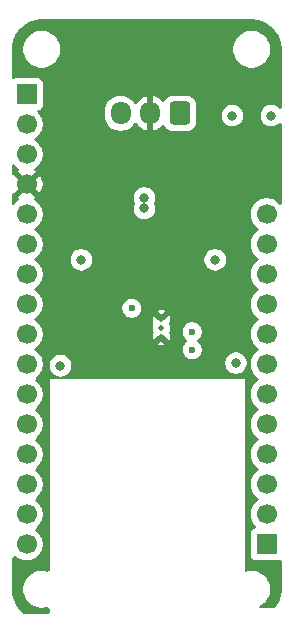
<source format=gbr>
%TF.GenerationSoftware,KiCad,Pcbnew,9.0.1+1*%
%TF.CreationDate,2025-05-19T20:13:15-04:00*%
%TF.ProjectId,lg_hvac_esp32,6c675f68-7661-4635-9f65-737033322e6b,rev?*%
%TF.SameCoordinates,Original*%
%TF.FileFunction,Copper,L2,Inr*%
%TF.FilePolarity,Positive*%
%FSLAX46Y46*%
G04 Gerber Fmt 4.6, Leading zero omitted, Abs format (unit mm)*
G04 Created by KiCad (PCBNEW 9.0.1+1) date 2025-05-19 20:13:15*
%MOMM*%
%LPD*%
G01*
G04 APERTURE LIST*
G04 Aperture macros list*
%AMRoundRect*
0 Rectangle with rounded corners*
0 $1 Rounding radius*
0 $2 $3 $4 $5 $6 $7 $8 $9 X,Y pos of 4 corners*
0 Add a 4 corners polygon primitive as box body*
4,1,4,$2,$3,$4,$5,$6,$7,$8,$9,$2,$3,0*
0 Add four circle primitives for the rounded corners*
1,1,$1+$1,$2,$3*
1,1,$1+$1,$4,$5*
1,1,$1+$1,$6,$7*
1,1,$1+$1,$8,$9*
0 Add four rect primitives between the rounded corners*
20,1,$1+$1,$2,$3,$4,$5,0*
20,1,$1+$1,$4,$5,$6,$7,0*
20,1,$1+$1,$6,$7,$8,$9,0*
20,1,$1+$1,$8,$9,$2,$3,0*%
G04 Aperture macros list end*
%TA.AperFunction,ComponentPad*%
%ADD10R,1.700000X1.700000*%
%TD*%
%TA.AperFunction,ComponentPad*%
%ADD11C,1.700000*%
%TD*%
%TA.AperFunction,ComponentPad*%
%ADD12RoundRect,0.250000X0.600000X0.725000X-0.600000X0.725000X-0.600000X-0.725000X0.600000X-0.725000X0*%
%TD*%
%TA.AperFunction,ComponentPad*%
%ADD13O,1.700000X1.950000*%
%TD*%
%TA.AperFunction,HeatsinkPad*%
%ADD14C,0.500000*%
%TD*%
%TA.AperFunction,ViaPad*%
%ADD15C,0.600000*%
%TD*%
%TA.AperFunction,ViaPad*%
%ADD16C,0.800000*%
%TD*%
G04 APERTURE END LIST*
D10*
%TO.N,N/C*%
%TO.C,J3*%
X113110000Y-69580000D03*
D11*
X113110000Y-67040000D03*
X113110000Y-64500000D03*
X113110000Y-61960000D03*
X113110000Y-59420000D03*
X113110000Y-56880000D03*
X113110000Y-54340000D03*
X113110000Y-51800000D03*
X113110000Y-49260000D03*
X113110000Y-46720000D03*
X113110000Y-44180000D03*
X113110000Y-41640000D03*
%TD*%
D10*
%TO.N,N/C*%
%TO.C,J2*%
X92790000Y-31480000D03*
D11*
%TO.N,+3V3*%
X92790000Y-34020000D03*
%TO.N,N/C*%
X92790000Y-36560000D03*
%TO.N,GND*%
X92790000Y-39100000D03*
%TO.N,RXD*%
X92790000Y-41640000D03*
%TO.N,TXD*%
X92790000Y-44180000D03*
%TO.N,N/C*%
X92790000Y-46720000D03*
X92790000Y-49260000D03*
X92790000Y-51800000D03*
X92790000Y-54340000D03*
X92790000Y-56880000D03*
X92790000Y-59420000D03*
X92790000Y-61960000D03*
X92790000Y-64500000D03*
X92790000Y-67040000D03*
X92790000Y-69580000D03*
%TD*%
D12*
%TO.N,LINBUS*%
%TO.C,J1*%
X105750000Y-33100000D03*
D13*
%TO.N,GND*%
X103250000Y-33100000D03*
%TO.N,Net-(D1-A)*%
X100750000Y-33100000D03*
%TD*%
D14*
%TO.N,GND*%
%TO.C,U1*%
X104200000Y-50500000D03*
X104200000Y-51250000D03*
X104200000Y-52000000D03*
%TD*%
D15*
%TO.N,+12V*%
X106800000Y-51600000D03*
D16*
X102750000Y-41150000D03*
X102750000Y-40250000D03*
X113500000Y-33300000D03*
X110200000Y-33300000D03*
X108750000Y-45500000D03*
D15*
X106800000Y-53100000D03*
D16*
X110500000Y-54250000D03*
%TO.N,GND*%
X97676000Y-52074000D03*
X110400000Y-43800000D03*
X102078000Y-54428000D03*
X106725000Y-49750000D03*
X113398000Y-36224000D03*
X110350000Y-36224000D03*
D15*
%TO.N,+3V3*%
X101700000Y-49600000D03*
D16*
X95650000Y-54450000D03*
X97413500Y-45500000D03*
%TD*%
%TA.AperFunction,Conductor*%
%TO.N,GND*%
G36*
X111843471Y-25130695D02*
G01*
X111860477Y-25131650D01*
X112093772Y-25144751D01*
X112101700Y-25145454D01*
X112157220Y-25152195D01*
X112163006Y-25153038D01*
X112381284Y-25190125D01*
X112390124Y-25191963D01*
X112438416Y-25203866D01*
X112442958Y-25205079D01*
X112662542Y-25268340D01*
X112672149Y-25271540D01*
X112692692Y-25279331D01*
X112706555Y-25284589D01*
X112710021Y-25285963D01*
X112933563Y-25378558D01*
X112943723Y-25383317D01*
X112952957Y-25388163D01*
X112955280Y-25389414D01*
X113052221Y-25442991D01*
X113184999Y-25516375D01*
X113196773Y-25523773D01*
X113417671Y-25680508D01*
X113428543Y-25689178D01*
X113630505Y-25869661D01*
X113640338Y-25879494D01*
X113820821Y-26081456D01*
X113829491Y-26092328D01*
X113986226Y-26313226D01*
X113993624Y-26325000D01*
X114120565Y-26554682D01*
X114121835Y-26557041D01*
X114126681Y-26566275D01*
X114131444Y-26576444D01*
X114224029Y-26799963D01*
X114225409Y-26803443D01*
X114238454Y-26837838D01*
X114241667Y-26847484D01*
X114304905Y-27066991D01*
X114306148Y-27071642D01*
X114318027Y-27119836D01*
X114319878Y-27128742D01*
X114356958Y-27346983D01*
X114357806Y-27352805D01*
X114364540Y-27408260D01*
X114365249Y-27416255D01*
X114379305Y-27666527D01*
X114379500Y-27673480D01*
X114379500Y-32595324D01*
X114359815Y-32662363D01*
X114307011Y-32708118D01*
X114237853Y-32718062D01*
X114174297Y-32689037D01*
X114167819Y-32683005D01*
X114079138Y-32594324D01*
X114079134Y-32594321D01*
X113930342Y-32494901D01*
X113930332Y-32494896D01*
X113765000Y-32426413D01*
X113764992Y-32426411D01*
X113589483Y-32391500D01*
X113589479Y-32391500D01*
X113410521Y-32391500D01*
X113410516Y-32391500D01*
X113235007Y-32426411D01*
X113234999Y-32426413D01*
X113069667Y-32494896D01*
X113069657Y-32494901D01*
X112920865Y-32594321D01*
X112920861Y-32594324D01*
X112794324Y-32720861D01*
X112794321Y-32720865D01*
X112694901Y-32869657D01*
X112694896Y-32869667D01*
X112626413Y-33034999D01*
X112626411Y-33035007D01*
X112591500Y-33210516D01*
X112591500Y-33389483D01*
X112626411Y-33564992D01*
X112626413Y-33565000D01*
X112694896Y-33730332D01*
X112694901Y-33730342D01*
X112794321Y-33879134D01*
X112794324Y-33879138D01*
X112920861Y-34005675D01*
X112920865Y-34005678D01*
X113069657Y-34105098D01*
X113069661Y-34105100D01*
X113069664Y-34105102D01*
X113235000Y-34173587D01*
X113410516Y-34208499D01*
X113410520Y-34208500D01*
X113410521Y-34208500D01*
X113589480Y-34208500D01*
X113589481Y-34208499D01*
X113765000Y-34173587D01*
X113930336Y-34105102D01*
X114079135Y-34005678D01*
X114105387Y-33979426D01*
X114167819Y-33916995D01*
X114229142Y-33883510D01*
X114298834Y-33888494D01*
X114354767Y-33930366D01*
X114379184Y-33995830D01*
X114379500Y-34004676D01*
X114379500Y-40694465D01*
X114359815Y-40761504D01*
X114307011Y-40807259D01*
X114237853Y-40817203D01*
X114174297Y-40788178D01*
X114155183Y-40767351D01*
X114146210Y-40755002D01*
X114146206Y-40754996D01*
X113995004Y-40603794D01*
X113822009Y-40478106D01*
X113817305Y-40475709D01*
X113631483Y-40381027D01*
X113631480Y-40381026D01*
X113428117Y-40314951D01*
X113322516Y-40298225D01*
X113216916Y-40281500D01*
X113003084Y-40281500D01*
X112932684Y-40292650D01*
X112791882Y-40314951D01*
X112588519Y-40381026D01*
X112588516Y-40381027D01*
X112397990Y-40478106D01*
X112224993Y-40603796D01*
X112073796Y-40754993D01*
X111948106Y-40927990D01*
X111851027Y-41118516D01*
X111851026Y-41118519D01*
X111784951Y-41321882D01*
X111751500Y-41533084D01*
X111751500Y-41746915D01*
X111784951Y-41958117D01*
X111851026Y-42161480D01*
X111851027Y-42161483D01*
X111948106Y-42352009D01*
X112073794Y-42525004D01*
X112224996Y-42676206D01*
X112397991Y-42801894D01*
X112401873Y-42804273D01*
X112448748Y-42856086D01*
X112460169Y-42925016D01*
X112432512Y-42989178D01*
X112401873Y-43015727D01*
X112397991Y-43018105D01*
X112224993Y-43143796D01*
X112073796Y-43294993D01*
X111948106Y-43467990D01*
X111851027Y-43658516D01*
X111851026Y-43658519D01*
X111784951Y-43861882D01*
X111751500Y-44073084D01*
X111751500Y-44286915D01*
X111784951Y-44498117D01*
X111851026Y-44701480D01*
X111851027Y-44701483D01*
X111948106Y-44892009D01*
X112073794Y-45065004D01*
X112224996Y-45216206D01*
X112345562Y-45303802D01*
X112397991Y-45341894D01*
X112401873Y-45344273D01*
X112448748Y-45396086D01*
X112460169Y-45465016D01*
X112432512Y-45529178D01*
X112401873Y-45555727D01*
X112397991Y-45558105D01*
X112224993Y-45683796D01*
X112073796Y-45834993D01*
X111948106Y-46007990D01*
X111851027Y-46198516D01*
X111851026Y-46198519D01*
X111784951Y-46401882D01*
X111751500Y-46613084D01*
X111751500Y-46826915D01*
X111784951Y-47038117D01*
X111851026Y-47241480D01*
X111851027Y-47241483D01*
X111948106Y-47432009D01*
X112073794Y-47605004D01*
X112224996Y-47756206D01*
X112397991Y-47881894D01*
X112401873Y-47884273D01*
X112448748Y-47936086D01*
X112460169Y-48005016D01*
X112432512Y-48069178D01*
X112401873Y-48095727D01*
X112397991Y-48098105D01*
X112224993Y-48223796D01*
X112073796Y-48374993D01*
X111948106Y-48547990D01*
X111851027Y-48738516D01*
X111851026Y-48738519D01*
X111784951Y-48941882D01*
X111751500Y-49153084D01*
X111751500Y-49366915D01*
X111784951Y-49578117D01*
X111851026Y-49781480D01*
X111851027Y-49781483D01*
X111948106Y-49972009D01*
X112073794Y-50145004D01*
X112224996Y-50296206D01*
X112379554Y-50408499D01*
X112397991Y-50421894D01*
X112401873Y-50424273D01*
X112448748Y-50476086D01*
X112460169Y-50545016D01*
X112432512Y-50609178D01*
X112401873Y-50635727D01*
X112397991Y-50638105D01*
X112224993Y-50763796D01*
X112073796Y-50914993D01*
X111948106Y-51087990D01*
X111851027Y-51278516D01*
X111851026Y-51278519D01*
X111784951Y-51481882D01*
X111765344Y-51605677D01*
X111751500Y-51693084D01*
X111751500Y-51906916D01*
X111763093Y-51980109D01*
X111784951Y-52118117D01*
X111851026Y-52321480D01*
X111851027Y-52321483D01*
X111918091Y-52453102D01*
X111948106Y-52512009D01*
X112073794Y-52685004D01*
X112224996Y-52836206D01*
X112397991Y-52961894D01*
X112401873Y-52964273D01*
X112448748Y-53016086D01*
X112460169Y-53085016D01*
X112432512Y-53149178D01*
X112401873Y-53175727D01*
X112397991Y-53178105D01*
X112224993Y-53303796D01*
X112073796Y-53454993D01*
X111948106Y-53627990D01*
X111851027Y-53818516D01*
X111851026Y-53818519D01*
X111784951Y-54021882D01*
X111751500Y-54233084D01*
X111751500Y-54446915D01*
X111784951Y-54658117D01*
X111851026Y-54861480D01*
X111851027Y-54861483D01*
X111936451Y-55029135D01*
X111948106Y-55052009D01*
X112073794Y-55225004D01*
X112224996Y-55376206D01*
X112323101Y-55447483D01*
X112397991Y-55501894D01*
X112401873Y-55504273D01*
X112407217Y-55510180D01*
X111250000Y-55481250D01*
X111250000Y-55600000D01*
X95784370Y-55600000D01*
X95717331Y-55580315D01*
X95671576Y-55527511D01*
X95661632Y-55458353D01*
X95690657Y-55394797D01*
X95749435Y-55357023D01*
X95760179Y-55354383D01*
X95827158Y-55341059D01*
X95915000Y-55323587D01*
X96080336Y-55255102D01*
X96229135Y-55155678D01*
X96355678Y-55029135D01*
X96455102Y-54880336D01*
X96523587Y-54715000D01*
X96558500Y-54539479D01*
X96558500Y-54360521D01*
X96554315Y-54339479D01*
X96523588Y-54185004D01*
X96523587Y-54185001D01*
X96523586Y-54184999D01*
X96513445Y-54160516D01*
X109591500Y-54160516D01*
X109591500Y-54339483D01*
X109626411Y-54514992D01*
X109626413Y-54515000D01*
X109694896Y-54680332D01*
X109694901Y-54680342D01*
X109794321Y-54829134D01*
X109794324Y-54829138D01*
X109920861Y-54955675D01*
X109920865Y-54955678D01*
X110069657Y-55055098D01*
X110069661Y-55055100D01*
X110069664Y-55055102D01*
X110235000Y-55123587D01*
X110396319Y-55155675D01*
X110410516Y-55158499D01*
X110410520Y-55158500D01*
X110410521Y-55158500D01*
X110589480Y-55158500D01*
X110589481Y-55158499D01*
X110765000Y-55123587D01*
X110930336Y-55055102D01*
X111079135Y-54955678D01*
X111205678Y-54829135D01*
X111305102Y-54680336D01*
X111373587Y-54515000D01*
X111408500Y-54339479D01*
X111408500Y-54160521D01*
X111373587Y-53985000D01*
X111305102Y-53819664D01*
X111305100Y-53819661D01*
X111305098Y-53819657D01*
X111205678Y-53670865D01*
X111205675Y-53670861D01*
X111079138Y-53544324D01*
X111079134Y-53544321D01*
X110930342Y-53444901D01*
X110930332Y-53444896D01*
X110765000Y-53376413D01*
X110764992Y-53376411D01*
X110589483Y-53341500D01*
X110589479Y-53341500D01*
X110410521Y-53341500D01*
X110410516Y-53341500D01*
X110235007Y-53376411D01*
X110234999Y-53376413D01*
X110069667Y-53444896D01*
X110069657Y-53444901D01*
X109920865Y-53544321D01*
X109920861Y-53544324D01*
X109794324Y-53670861D01*
X109794321Y-53670865D01*
X109694901Y-53819657D01*
X109694896Y-53819667D01*
X109626413Y-53984999D01*
X109626411Y-53985007D01*
X109591500Y-54160516D01*
X96513445Y-54160516D01*
X96455102Y-54019664D01*
X96455100Y-54019661D01*
X96455098Y-54019657D01*
X96355678Y-53870865D01*
X96355675Y-53870861D01*
X96229138Y-53744324D01*
X96229134Y-53744321D01*
X96080342Y-53644901D01*
X96080332Y-53644896D01*
X95915000Y-53576413D01*
X95914992Y-53576411D01*
X95739483Y-53541500D01*
X95739479Y-53541500D01*
X95560521Y-53541500D01*
X95560516Y-53541500D01*
X95385007Y-53576411D01*
X95384999Y-53576413D01*
X95219667Y-53644896D01*
X95219657Y-53644901D01*
X95070865Y-53744321D01*
X95070861Y-53744324D01*
X94944324Y-53870861D01*
X94944321Y-53870865D01*
X94844901Y-54019657D01*
X94844896Y-54019667D01*
X94776413Y-54184999D01*
X94776411Y-54185007D01*
X94741500Y-54360516D01*
X94741500Y-54539483D01*
X94776411Y-54714992D01*
X94776413Y-54715000D01*
X94844896Y-54880332D01*
X94844901Y-54880342D01*
X94944321Y-55029134D01*
X94944324Y-55029138D01*
X95070861Y-55155675D01*
X95070865Y-55155678D01*
X95219657Y-55255098D01*
X95219661Y-55255100D01*
X95219664Y-55255102D01*
X95385000Y-55323587D01*
X95457041Y-55337916D01*
X95539821Y-55354383D01*
X95601732Y-55386768D01*
X95636306Y-55447483D01*
X95632567Y-55517253D01*
X95591701Y-55573925D01*
X95526683Y-55599506D01*
X95515630Y-55600000D01*
X94750000Y-55600000D01*
X94750000Y-55481250D01*
X93488295Y-55512792D01*
X93498132Y-55504270D01*
X93502005Y-55501896D01*
X93502004Y-55501896D01*
X93502009Y-55501894D01*
X93675004Y-55376206D01*
X93826206Y-55225004D01*
X93951894Y-55052009D01*
X94048972Y-54861483D01*
X94115049Y-54658116D01*
X94148500Y-54446916D01*
X94148500Y-54233084D01*
X94115049Y-54021884D01*
X94068114Y-53877430D01*
X94048973Y-53818519D01*
X94048972Y-53818516D01*
X93960510Y-53644901D01*
X93951894Y-53627991D01*
X93826206Y-53454996D01*
X93675004Y-53303794D01*
X93502009Y-53178106D01*
X93502005Y-53178103D01*
X93498132Y-53175730D01*
X93451254Y-53123920D01*
X93439829Y-53054991D01*
X93467483Y-52990827D01*
X93498132Y-52964270D01*
X93502005Y-52961896D01*
X93502004Y-52961896D01*
X93502009Y-52961894D01*
X93675004Y-52836206D01*
X93826206Y-52685004D01*
X93831602Y-52677577D01*
X103875975Y-52677577D01*
X103981236Y-52721178D01*
X103981240Y-52721179D01*
X104126126Y-52749999D01*
X104126129Y-52750000D01*
X104273871Y-52750000D01*
X104273873Y-52749999D01*
X104418760Y-52721179D01*
X104418775Y-52721175D01*
X104524024Y-52677578D01*
X104524024Y-52677577D01*
X104200001Y-52353554D01*
X104200000Y-52353554D01*
X103875975Y-52677577D01*
X93831602Y-52677577D01*
X93951894Y-52512009D01*
X94048972Y-52321483D01*
X94115049Y-52118116D01*
X94148500Y-51906916D01*
X94148500Y-51693084D01*
X94115049Y-51481884D01*
X94072198Y-51350000D01*
X94048973Y-51278519D01*
X94048972Y-51278516D01*
X93951893Y-51087990D01*
X93910653Y-51031228D01*
X93826206Y-50914996D01*
X93675004Y-50763794D01*
X93502009Y-50638106D01*
X93502005Y-50638103D01*
X93498132Y-50635730D01*
X93451254Y-50583920D01*
X93439829Y-50514991D01*
X93467483Y-50450827D01*
X93495990Y-50426126D01*
X103450000Y-50426126D01*
X103450000Y-50573873D01*
X103478820Y-50718759D01*
X103478823Y-50718771D01*
X103523880Y-50827548D01*
X103531349Y-50897017D01*
X103523880Y-50922452D01*
X103478823Y-51031228D01*
X103478820Y-51031240D01*
X103450000Y-51176126D01*
X103450000Y-51323873D01*
X103478820Y-51468759D01*
X103478823Y-51468771D01*
X103523880Y-51577548D01*
X103531349Y-51647017D01*
X103523880Y-51672452D01*
X103478823Y-51781228D01*
X103478820Y-51781240D01*
X103450000Y-51926126D01*
X103450000Y-52073873D01*
X103478820Y-52218759D01*
X103478822Y-52218767D01*
X103522421Y-52324024D01*
X103935542Y-51910904D01*
X103996865Y-51877419D01*
X104066557Y-51882403D01*
X104110904Y-51910904D01*
X104129289Y-51929289D01*
X104115224Y-51943355D01*
X104100000Y-51980109D01*
X104100000Y-52019891D01*
X104115224Y-52056645D01*
X104143355Y-52084776D01*
X104180109Y-52100000D01*
X104219891Y-52100000D01*
X104256645Y-52084776D01*
X104284776Y-52056645D01*
X104300000Y-52019891D01*
X104300000Y-51980109D01*
X104284776Y-51943355D01*
X104270709Y-51929288D01*
X104289094Y-51910904D01*
X104350417Y-51877419D01*
X104420109Y-51882403D01*
X104464457Y-51910904D01*
X104877577Y-52324024D01*
X104877578Y-52324024D01*
X104921175Y-52218775D01*
X104921179Y-52218760D01*
X104949999Y-52073873D01*
X104950000Y-52073871D01*
X104950000Y-51926128D01*
X104949999Y-51926126D01*
X104921179Y-51781240D01*
X104921177Y-51781232D01*
X104876119Y-51672453D01*
X104872838Y-51641937D01*
X104867391Y-51611745D01*
X104868939Y-51605677D01*
X104868650Y-51602984D01*
X104876119Y-51577547D01*
X104899805Y-51520365D01*
X105991500Y-51520365D01*
X105991500Y-51679634D01*
X106022568Y-51835823D01*
X106022570Y-51835831D01*
X106083517Y-51982969D01*
X106171995Y-52115387D01*
X106172001Y-52115394D01*
X106284608Y-52228001D01*
X106284611Y-52228003D01*
X106312888Y-52246897D01*
X106312890Y-52246898D01*
X106357695Y-52300510D01*
X106366402Y-52369835D01*
X106336248Y-52432862D01*
X106312891Y-52453100D01*
X106307527Y-52456685D01*
X106284608Y-52471998D01*
X106172001Y-52584605D01*
X106171995Y-52584612D01*
X106083517Y-52717030D01*
X106022570Y-52864168D01*
X106022568Y-52864176D01*
X105991500Y-53020365D01*
X105991500Y-53179634D01*
X106022568Y-53335823D01*
X106022570Y-53335831D01*
X106083517Y-53482969D01*
X106171995Y-53615387D01*
X106172001Y-53615394D01*
X106284605Y-53727998D01*
X106284612Y-53728004D01*
X106417030Y-53816482D01*
X106417031Y-53816482D01*
X106417032Y-53816483D01*
X106564169Y-53877430D01*
X106720365Y-53908499D01*
X106720369Y-53908500D01*
X106720370Y-53908500D01*
X106879631Y-53908500D01*
X106879632Y-53908499D01*
X107035831Y-53877430D01*
X107182968Y-53816483D01*
X107315389Y-53728003D01*
X107428003Y-53615389D01*
X107516483Y-53482968D01*
X107577430Y-53335831D01*
X107608500Y-53179630D01*
X107608500Y-53020370D01*
X107577430Y-52864169D01*
X107516483Y-52717032D01*
X107495083Y-52685005D01*
X107428004Y-52584612D01*
X107427998Y-52584605D01*
X107315394Y-52472001D01*
X107315389Y-52471997D01*
X107287109Y-52453101D01*
X107242305Y-52399492D01*
X107233596Y-52330167D01*
X107263750Y-52267139D01*
X107287110Y-52246898D01*
X107315389Y-52228003D01*
X107428003Y-52115389D01*
X107516483Y-51982968D01*
X107577430Y-51835831D01*
X107608500Y-51679630D01*
X107608500Y-51520370D01*
X107577430Y-51364169D01*
X107516483Y-51217032D01*
X107481866Y-51165224D01*
X107428004Y-51084612D01*
X107427998Y-51084605D01*
X107315394Y-50972001D01*
X107315387Y-50971995D01*
X107182969Y-50883517D01*
X107035831Y-50822570D01*
X107035823Y-50822568D01*
X106879634Y-50791500D01*
X106879630Y-50791500D01*
X106720370Y-50791500D01*
X106720365Y-50791500D01*
X106564176Y-50822568D01*
X106564168Y-50822570D01*
X106417030Y-50883517D01*
X106284612Y-50971995D01*
X106284605Y-50972001D01*
X106172001Y-51084605D01*
X106171995Y-51084612D01*
X106083517Y-51217030D01*
X106022570Y-51364168D01*
X106022568Y-51364176D01*
X105991500Y-51520365D01*
X104899805Y-51520365D01*
X104921178Y-51468765D01*
X104921179Y-51468759D01*
X104949999Y-51323873D01*
X104950000Y-51323871D01*
X104950000Y-51176128D01*
X104949999Y-51176126D01*
X104921179Y-51031240D01*
X104921177Y-51031232D01*
X104876119Y-50922453D01*
X104868650Y-50852984D01*
X104876119Y-50827547D01*
X104921177Y-50718767D01*
X104921179Y-50718759D01*
X104949999Y-50573873D01*
X104950000Y-50573871D01*
X104950000Y-50426128D01*
X104949999Y-50426126D01*
X104921179Y-50281240D01*
X104921178Y-50281236D01*
X104877576Y-50175974D01*
X104464457Y-50589095D01*
X104403134Y-50622580D01*
X104333442Y-50617596D01*
X104289095Y-50589095D01*
X104270710Y-50570710D01*
X104284776Y-50556645D01*
X104300000Y-50519891D01*
X104300000Y-50480109D01*
X104284776Y-50443355D01*
X104256645Y-50415224D01*
X104219891Y-50400000D01*
X104180109Y-50400000D01*
X104143355Y-50415224D01*
X104115224Y-50443355D01*
X104100000Y-50480109D01*
X104100000Y-50519891D01*
X104115224Y-50556645D01*
X104129289Y-50570710D01*
X104110904Y-50589096D01*
X104049581Y-50622580D01*
X103979889Y-50617596D01*
X103935542Y-50589095D01*
X103522421Y-50175974D01*
X103522420Y-50175974D01*
X103478823Y-50281228D01*
X103478820Y-50281240D01*
X103450000Y-50426126D01*
X93495990Y-50426126D01*
X93498132Y-50424270D01*
X93502005Y-50421896D01*
X93502004Y-50421896D01*
X93502009Y-50421894D01*
X93675004Y-50296206D01*
X93826206Y-50145004D01*
X93951894Y-49972009D01*
X94048972Y-49781483D01*
X94115049Y-49578116D01*
X94124196Y-49520365D01*
X100891500Y-49520365D01*
X100891500Y-49679634D01*
X100922568Y-49835823D01*
X100922570Y-49835831D01*
X100983517Y-49982969D01*
X101071995Y-50115387D01*
X101072001Y-50115394D01*
X101184605Y-50227998D01*
X101184612Y-50228004D01*
X101317030Y-50316482D01*
X101317031Y-50316482D01*
X101317032Y-50316483D01*
X101464169Y-50377430D01*
X101620365Y-50408499D01*
X101620369Y-50408500D01*
X101620370Y-50408500D01*
X101779631Y-50408500D01*
X101779632Y-50408499D01*
X101935831Y-50377430D01*
X102082968Y-50316483D01*
X102215389Y-50228003D01*
X102328003Y-50115389D01*
X102416483Y-49982968D01*
X102477430Y-49835831D01*
X102480098Y-49822420D01*
X103875974Y-49822420D01*
X103875974Y-49822421D01*
X104200000Y-50146446D01*
X104200001Y-50146446D01*
X104524024Y-49822421D01*
X104418767Y-49778822D01*
X104418759Y-49778820D01*
X104273872Y-49750000D01*
X104126128Y-49750000D01*
X103981240Y-49778820D01*
X103981228Y-49778823D01*
X103875974Y-49822420D01*
X102480098Y-49822420D01*
X102508500Y-49679630D01*
X102508500Y-49520370D01*
X102477430Y-49364169D01*
X102416483Y-49217032D01*
X102328003Y-49084611D01*
X102327998Y-49084605D01*
X102215394Y-48972001D01*
X102215387Y-48971995D01*
X102082969Y-48883517D01*
X101935831Y-48822570D01*
X101935823Y-48822568D01*
X101779634Y-48791500D01*
X101779630Y-48791500D01*
X101620370Y-48791500D01*
X101620365Y-48791500D01*
X101464176Y-48822568D01*
X101464168Y-48822570D01*
X101317030Y-48883517D01*
X101184612Y-48971995D01*
X101184605Y-48972001D01*
X101072001Y-49084605D01*
X101071995Y-49084612D01*
X100983517Y-49217030D01*
X100922570Y-49364168D01*
X100922568Y-49364176D01*
X100891500Y-49520365D01*
X94124196Y-49520365D01*
X94148500Y-49366916D01*
X94148500Y-49153084D01*
X94115049Y-48941884D01*
X94048972Y-48738517D01*
X94048972Y-48738516D01*
X93951893Y-48547990D01*
X93826206Y-48374996D01*
X93675004Y-48223794D01*
X93502009Y-48098106D01*
X93502005Y-48098103D01*
X93498132Y-48095730D01*
X93451254Y-48043920D01*
X93439829Y-47974991D01*
X93467483Y-47910827D01*
X93498132Y-47884270D01*
X93502005Y-47881896D01*
X93502004Y-47881896D01*
X93502009Y-47881894D01*
X93675004Y-47756206D01*
X93826206Y-47605004D01*
X93951894Y-47432009D01*
X94048972Y-47241483D01*
X94115049Y-47038116D01*
X94148500Y-46826916D01*
X94148500Y-46613084D01*
X94115049Y-46401884D01*
X94048972Y-46198517D01*
X94048972Y-46198516D01*
X93951893Y-46007990D01*
X93826206Y-45834996D01*
X93675004Y-45683794D01*
X93502009Y-45558106D01*
X93502005Y-45558103D01*
X93498132Y-45555730D01*
X93475740Y-45530982D01*
X93452707Y-45506831D01*
X93452387Y-45505172D01*
X93451254Y-45503920D01*
X93445798Y-45471005D01*
X93439477Y-45438225D01*
X93440104Y-45436655D01*
X93439829Y-45434991D01*
X93450377Y-45410516D01*
X96505000Y-45410516D01*
X96505000Y-45589483D01*
X96539911Y-45764992D01*
X96539913Y-45765000D01*
X96608396Y-45930332D01*
X96608401Y-45930342D01*
X96707821Y-46079134D01*
X96707824Y-46079138D01*
X96834361Y-46205675D01*
X96834365Y-46205678D01*
X96983157Y-46305098D01*
X96983161Y-46305100D01*
X96983164Y-46305102D01*
X97148500Y-46373587D01*
X97290750Y-46401882D01*
X97324016Y-46408499D01*
X97324020Y-46408500D01*
X97324021Y-46408500D01*
X97502980Y-46408500D01*
X97502981Y-46408499D01*
X97678500Y-46373587D01*
X97843836Y-46305102D01*
X97992635Y-46205678D01*
X98119178Y-46079135D01*
X98218602Y-45930336D01*
X98287087Y-45765000D01*
X98322000Y-45589479D01*
X98322000Y-45410521D01*
X98321999Y-45410516D01*
X107841500Y-45410516D01*
X107841500Y-45589483D01*
X107876411Y-45764992D01*
X107876413Y-45765000D01*
X107944896Y-45930332D01*
X107944901Y-45930342D01*
X108044321Y-46079134D01*
X108044324Y-46079138D01*
X108170861Y-46205675D01*
X108170865Y-46205678D01*
X108319657Y-46305098D01*
X108319661Y-46305100D01*
X108319664Y-46305102D01*
X108485000Y-46373587D01*
X108627250Y-46401882D01*
X108660516Y-46408499D01*
X108660520Y-46408500D01*
X108660521Y-46408500D01*
X108839480Y-46408500D01*
X108839481Y-46408499D01*
X109015000Y-46373587D01*
X109180336Y-46305102D01*
X109329135Y-46205678D01*
X109455678Y-46079135D01*
X109555102Y-45930336D01*
X109623587Y-45765000D01*
X109658500Y-45589479D01*
X109658500Y-45410521D01*
X109623587Y-45235000D01*
X109555102Y-45069664D01*
X109555100Y-45069661D01*
X109555098Y-45069657D01*
X109455678Y-44920865D01*
X109455675Y-44920861D01*
X109329138Y-44794324D01*
X109329134Y-44794321D01*
X109180342Y-44694901D01*
X109180332Y-44694896D01*
X109015000Y-44626413D01*
X109014992Y-44626411D01*
X108839483Y-44591500D01*
X108839479Y-44591500D01*
X108660521Y-44591500D01*
X108660516Y-44591500D01*
X108485007Y-44626411D01*
X108484999Y-44626413D01*
X108319667Y-44694896D01*
X108319657Y-44694901D01*
X108170865Y-44794321D01*
X108170861Y-44794324D01*
X108044324Y-44920861D01*
X108044321Y-44920865D01*
X107944901Y-45069657D01*
X107944896Y-45069667D01*
X107876413Y-45234999D01*
X107876411Y-45235007D01*
X107841500Y-45410516D01*
X98321999Y-45410516D01*
X98287087Y-45235000D01*
X98218602Y-45069664D01*
X98218600Y-45069661D01*
X98218598Y-45069657D01*
X98119178Y-44920865D01*
X98119175Y-44920861D01*
X97992638Y-44794324D01*
X97992634Y-44794321D01*
X97843842Y-44694901D01*
X97843832Y-44694896D01*
X97678500Y-44626413D01*
X97678492Y-44626411D01*
X97502983Y-44591500D01*
X97502979Y-44591500D01*
X97324021Y-44591500D01*
X97324016Y-44591500D01*
X97148507Y-44626411D01*
X97148499Y-44626413D01*
X96983167Y-44694896D01*
X96983157Y-44694901D01*
X96834365Y-44794321D01*
X96834361Y-44794324D01*
X96707824Y-44920861D01*
X96707821Y-44920865D01*
X96608401Y-45069657D01*
X96608396Y-45069667D01*
X96539913Y-45234999D01*
X96539911Y-45235007D01*
X96505000Y-45410516D01*
X93450377Y-45410516D01*
X93453034Y-45404350D01*
X93465439Y-45373358D01*
X93466985Y-45371982D01*
X93467483Y-45370827D01*
X93490980Y-45349000D01*
X93498311Y-45343777D01*
X93502009Y-45341894D01*
X93675004Y-45216206D01*
X93826206Y-45065004D01*
X93951894Y-44892009D01*
X94048972Y-44701483D01*
X94115049Y-44498116D01*
X94148500Y-44286916D01*
X94148500Y-44073084D01*
X94115049Y-43861884D01*
X94048972Y-43658517D01*
X94048972Y-43658516D01*
X93951893Y-43467990D01*
X93826206Y-43294996D01*
X93675004Y-43143794D01*
X93502009Y-43018106D01*
X93502005Y-43018103D01*
X93498132Y-43015730D01*
X93451254Y-42963920D01*
X93439829Y-42894991D01*
X93467483Y-42830827D01*
X93498132Y-42804270D01*
X93502005Y-42801896D01*
X93502004Y-42801896D01*
X93502009Y-42801894D01*
X93675004Y-42676206D01*
X93826206Y-42525004D01*
X93951894Y-42352009D01*
X94048972Y-42161483D01*
X94115049Y-41958116D01*
X94148500Y-41746916D01*
X94148500Y-41533084D01*
X94115049Y-41321884D01*
X94048972Y-41118517D01*
X94048972Y-41118516D01*
X93951893Y-40927990D01*
X93920659Y-40885000D01*
X93826206Y-40754996D01*
X93675004Y-40603794D01*
X93502009Y-40478106D01*
X93502010Y-40478106D01*
X93502008Y-40478105D01*
X93497311Y-40475712D01*
X93446517Y-40427735D01*
X93429724Y-40359914D01*
X93444242Y-40306795D01*
X93513540Y-40177093D01*
X93496963Y-40160516D01*
X101841500Y-40160516D01*
X101841500Y-40339483D01*
X101876411Y-40514992D01*
X101876413Y-40515000D01*
X101933387Y-40652547D01*
X101940856Y-40722017D01*
X101933387Y-40747453D01*
X101876413Y-40884999D01*
X101876411Y-40885007D01*
X101841500Y-41060516D01*
X101841500Y-41239483D01*
X101876411Y-41414992D01*
X101876413Y-41415000D01*
X101944896Y-41580332D01*
X101944901Y-41580342D01*
X102044321Y-41729134D01*
X102044324Y-41729138D01*
X102170861Y-41855675D01*
X102170865Y-41855678D01*
X102319657Y-41955098D01*
X102319661Y-41955100D01*
X102319664Y-41955102D01*
X102485000Y-42023587D01*
X102660516Y-42058499D01*
X102660520Y-42058500D01*
X102660521Y-42058500D01*
X102839480Y-42058500D01*
X102839481Y-42058499D01*
X103015000Y-42023587D01*
X103180336Y-41955102D01*
X103329135Y-41855678D01*
X103455678Y-41729135D01*
X103555102Y-41580336D01*
X103623587Y-41415000D01*
X103658500Y-41239479D01*
X103658500Y-41060521D01*
X103623587Y-40885000D01*
X103566611Y-40747450D01*
X103559143Y-40677984D01*
X103566610Y-40652552D01*
X103623587Y-40515000D01*
X103658500Y-40339479D01*
X103658500Y-40160521D01*
X103623587Y-39985000D01*
X103555102Y-39819664D01*
X103555100Y-39819661D01*
X103555098Y-39819657D01*
X103455678Y-39670865D01*
X103455675Y-39670861D01*
X103329138Y-39544324D01*
X103329134Y-39544321D01*
X103180342Y-39444901D01*
X103180332Y-39444896D01*
X103015000Y-39376413D01*
X103014992Y-39376411D01*
X102839483Y-39341500D01*
X102839479Y-39341500D01*
X102660521Y-39341500D01*
X102660516Y-39341500D01*
X102485007Y-39376411D01*
X102484999Y-39376413D01*
X102319667Y-39444896D01*
X102319657Y-39444901D01*
X102170865Y-39544321D01*
X102170861Y-39544324D01*
X102044324Y-39670861D01*
X102044321Y-39670865D01*
X101944901Y-39819657D01*
X101944896Y-39819667D01*
X101876413Y-39984999D01*
X101876411Y-39985007D01*
X101841500Y-40160516D01*
X93496963Y-40160516D01*
X92919408Y-39582962D01*
X92982993Y-39565925D01*
X93097007Y-39500099D01*
X93190099Y-39407007D01*
X93255925Y-39292993D01*
X93272962Y-39229408D01*
X93905270Y-39861717D01*
X93905270Y-39861716D01*
X93944622Y-39807554D01*
X94041095Y-39618217D01*
X94106757Y-39416130D01*
X94106757Y-39416127D01*
X94140000Y-39206246D01*
X94140000Y-38993753D01*
X94106757Y-38783872D01*
X94106757Y-38783869D01*
X94041095Y-38581782D01*
X93944624Y-38392449D01*
X93905270Y-38338282D01*
X93905269Y-38338282D01*
X93272962Y-38970590D01*
X93255925Y-38907007D01*
X93190099Y-38792993D01*
X93097007Y-38699901D01*
X92982993Y-38634075D01*
X92919409Y-38617037D01*
X93551716Y-37984728D01*
X93497547Y-37945373D01*
X93497545Y-37945371D01*
X93497308Y-37945251D01*
X93497234Y-37945181D01*
X93493396Y-37942829D01*
X93493890Y-37942022D01*
X93446515Y-37897274D01*
X93429724Y-37829451D01*
X93452266Y-37763318D01*
X93497319Y-37724283D01*
X93502009Y-37721894D01*
X93675004Y-37596206D01*
X93826206Y-37445004D01*
X93951894Y-37272009D01*
X94048972Y-37081483D01*
X94115049Y-36878116D01*
X94148500Y-36666916D01*
X94148500Y-36453084D01*
X94115049Y-36241884D01*
X94048972Y-36038517D01*
X94048972Y-36038516D01*
X93951893Y-35847990D01*
X93870524Y-35735995D01*
X93826206Y-35674996D01*
X93675004Y-35523794D01*
X93502009Y-35398106D01*
X93502005Y-35398103D01*
X93498132Y-35395730D01*
X93451254Y-35343920D01*
X93439829Y-35274991D01*
X93467483Y-35210827D01*
X93498132Y-35184270D01*
X93502005Y-35181896D01*
X93502004Y-35181896D01*
X93502009Y-35181894D01*
X93675004Y-35056206D01*
X93826206Y-34905004D01*
X93951894Y-34732009D01*
X94048972Y-34541483D01*
X94115049Y-34338116D01*
X94148500Y-34126916D01*
X94148500Y-33913084D01*
X94115049Y-33701884D01*
X94082010Y-33600200D01*
X94048973Y-33498519D01*
X94048972Y-33498516D01*
X93951893Y-33307990D01*
X93933986Y-33283343D01*
X93826206Y-33134996D01*
X93721028Y-33029818D01*
X93706222Y-33002704D01*
X93689610Y-32976654D01*
X93689625Y-32972308D01*
X93687543Y-32968495D01*
X93689746Y-32937680D01*
X93689855Y-32906785D01*
X93692216Y-32903137D01*
X93692527Y-32898803D01*
X93711044Y-32874067D01*
X93714919Y-32868084D01*
X99391500Y-32868084D01*
X99391500Y-33331915D01*
X99424951Y-33543117D01*
X99491026Y-33746480D01*
X99491027Y-33746483D01*
X99577908Y-33916995D01*
X99588106Y-33937009D01*
X99713794Y-34110004D01*
X99864996Y-34261206D01*
X100037991Y-34386894D01*
X100131438Y-34434507D01*
X100228516Y-34483972D01*
X100228519Y-34483973D01*
X100330200Y-34517010D01*
X100431884Y-34550049D01*
X100643084Y-34583500D01*
X100643085Y-34583500D01*
X100856915Y-34583500D01*
X100856916Y-34583500D01*
X101068116Y-34550049D01*
X101271483Y-34483972D01*
X101462009Y-34386894D01*
X101635004Y-34261206D01*
X101786206Y-34110004D01*
X101904935Y-33946586D01*
X101960265Y-33903921D01*
X102029878Y-33897942D01*
X102091673Y-33930548D01*
X102105571Y-33946587D01*
X102220272Y-34104459D01*
X102220276Y-34104464D01*
X102370535Y-34254723D01*
X102370540Y-34254727D01*
X102542442Y-34379620D01*
X102731782Y-34476095D01*
X102933871Y-34541757D01*
X103000000Y-34552231D01*
X103000000Y-33504145D01*
X103066657Y-33542630D01*
X103187465Y-33575000D01*
X103312535Y-33575000D01*
X103433343Y-33542630D01*
X103500000Y-33504145D01*
X103500000Y-34552230D01*
X103566126Y-34541757D01*
X103566129Y-34541757D01*
X103768217Y-34476095D01*
X103957557Y-34379620D01*
X104129458Y-34254728D01*
X104262516Y-34121670D01*
X104323839Y-34088185D01*
X104393531Y-34093169D01*
X104449465Y-34135040D01*
X104455737Y-34144254D01*
X104457883Y-34147734D01*
X104457885Y-34147738D01*
X104550970Y-34298652D01*
X104676348Y-34424030D01*
X104827262Y-34517115D01*
X104995574Y-34572887D01*
X105099455Y-34583500D01*
X106400544Y-34583499D01*
X106504426Y-34572887D01*
X106672738Y-34517115D01*
X106823652Y-34424030D01*
X106949030Y-34298652D01*
X107042115Y-34147738D01*
X107097887Y-33979426D01*
X107108500Y-33875545D01*
X107108499Y-33210516D01*
X109291500Y-33210516D01*
X109291500Y-33389483D01*
X109326411Y-33564992D01*
X109326413Y-33565000D01*
X109394896Y-33730332D01*
X109394901Y-33730342D01*
X109494321Y-33879134D01*
X109494324Y-33879138D01*
X109620861Y-34005675D01*
X109620865Y-34005678D01*
X109769657Y-34105098D01*
X109769661Y-34105100D01*
X109769664Y-34105102D01*
X109935000Y-34173587D01*
X110110516Y-34208499D01*
X110110520Y-34208500D01*
X110110521Y-34208500D01*
X110289480Y-34208500D01*
X110289481Y-34208499D01*
X110465000Y-34173587D01*
X110630336Y-34105102D01*
X110779135Y-34005678D01*
X110905678Y-33879135D01*
X111005102Y-33730336D01*
X111073587Y-33565000D01*
X111108500Y-33389479D01*
X111108500Y-33210521D01*
X111073587Y-33035000D01*
X111005102Y-32869664D01*
X111005100Y-32869661D01*
X111005098Y-32869657D01*
X110905678Y-32720865D01*
X110905675Y-32720861D01*
X110779138Y-32594324D01*
X110779134Y-32594321D01*
X110630342Y-32494901D01*
X110630332Y-32494896D01*
X110465000Y-32426413D01*
X110464992Y-32426411D01*
X110289483Y-32391500D01*
X110289479Y-32391500D01*
X110110521Y-32391500D01*
X110110516Y-32391500D01*
X109935007Y-32426411D01*
X109934999Y-32426413D01*
X109769667Y-32494896D01*
X109769657Y-32494901D01*
X109620865Y-32594321D01*
X109620861Y-32594324D01*
X109494324Y-32720861D01*
X109494321Y-32720865D01*
X109394901Y-32869657D01*
X109394896Y-32869667D01*
X109326413Y-33034999D01*
X109326411Y-33035007D01*
X109291500Y-33210516D01*
X107108499Y-33210516D01*
X107108499Y-33069754D01*
X107108499Y-32324462D01*
X107108498Y-32324446D01*
X107102220Y-32262990D01*
X107097887Y-32220574D01*
X107042115Y-32052262D01*
X106949030Y-31901348D01*
X106823652Y-31775970D01*
X106672738Y-31682885D01*
X106573348Y-31649951D01*
X106504427Y-31627113D01*
X106400545Y-31616500D01*
X105099462Y-31616500D01*
X105099446Y-31616501D01*
X104995572Y-31627113D01*
X104827264Y-31682884D01*
X104827259Y-31682886D01*
X104676346Y-31775971D01*
X104550970Y-31901347D01*
X104550967Y-31901351D01*
X104455736Y-32055745D01*
X104403788Y-32102470D01*
X104334826Y-32113691D01*
X104270744Y-32085848D01*
X104262517Y-32078329D01*
X104129464Y-31945276D01*
X104129459Y-31945272D01*
X103957557Y-31820379D01*
X103768215Y-31723903D01*
X103566124Y-31658241D01*
X103500000Y-31647768D01*
X103500000Y-32695854D01*
X103433343Y-32657370D01*
X103312535Y-32625000D01*
X103187465Y-32625000D01*
X103066657Y-32657370D01*
X103000000Y-32695854D01*
X103000000Y-31647768D01*
X102999999Y-31647768D01*
X102933875Y-31658241D01*
X102731784Y-31723903D01*
X102542442Y-31820379D01*
X102370540Y-31945272D01*
X102370535Y-31945276D01*
X102220276Y-32095535D01*
X102105571Y-32253413D01*
X102050241Y-32296078D01*
X101980627Y-32302057D01*
X101918832Y-32269451D01*
X101904935Y-32253412D01*
X101786208Y-32089999D01*
X101786203Y-32089993D01*
X101635006Y-31938796D01*
X101635004Y-31938794D01*
X101462009Y-31813106D01*
X101389126Y-31775970D01*
X101271483Y-31716027D01*
X101271480Y-31716026D01*
X101068117Y-31649951D01*
X100923923Y-31627113D01*
X100856916Y-31616500D01*
X100643084Y-31616500D01*
X100576077Y-31627113D01*
X100431882Y-31649951D01*
X100228519Y-31716026D01*
X100228516Y-31716027D01*
X100037990Y-31813106D01*
X99864993Y-31938796D01*
X99713796Y-32089993D01*
X99588106Y-32262990D01*
X99491027Y-32453516D01*
X99491026Y-32453519D01*
X99424951Y-32656882D01*
X99391500Y-32868084D01*
X93714919Y-32868084D01*
X93727836Y-32848140D01*
X93732530Y-32845365D01*
X93734399Y-32842870D01*
X93757594Y-32829162D01*
X93761412Y-32827434D01*
X93886204Y-32780889D01*
X94003261Y-32693261D01*
X94090889Y-32576204D01*
X94141989Y-32439201D01*
X94145591Y-32405692D01*
X94148499Y-32378654D01*
X94148500Y-32378637D01*
X94148500Y-30581362D01*
X94148499Y-30581345D01*
X94145157Y-30550270D01*
X94141989Y-30520799D01*
X94090889Y-30383796D01*
X94003261Y-30266739D01*
X93886204Y-30179111D01*
X93749203Y-30128011D01*
X93688654Y-30121500D01*
X93688638Y-30121500D01*
X91891362Y-30121500D01*
X91891345Y-30121500D01*
X91830798Y-30128010D01*
X91711052Y-30172674D01*
X91693796Y-30179111D01*
X91693795Y-30179111D01*
X91687834Y-30181335D01*
X91618143Y-30186319D01*
X91556819Y-30152835D01*
X91523334Y-30091512D01*
X91520500Y-30065153D01*
X91520500Y-27673480D01*
X91520695Y-27666528D01*
X91520804Y-27664575D01*
X91527353Y-27547973D01*
X92509500Y-27547973D01*
X92509500Y-27792026D01*
X92547678Y-28033072D01*
X92623097Y-28265187D01*
X92733896Y-28482642D01*
X92877339Y-28680076D01*
X92877343Y-28680081D01*
X93049918Y-28852656D01*
X93049923Y-28852660D01*
X93222136Y-28977779D01*
X93247361Y-28996106D01*
X93464815Y-29106904D01*
X93696924Y-29182321D01*
X93937973Y-29220500D01*
X93937974Y-29220500D01*
X94182026Y-29220500D01*
X94182027Y-29220500D01*
X94423076Y-29182321D01*
X94655185Y-29106904D01*
X94872639Y-28996106D01*
X95070083Y-28852655D01*
X95242655Y-28680083D01*
X95386106Y-28482639D01*
X95496904Y-28265185D01*
X95572321Y-28033076D01*
X95610500Y-27792027D01*
X95610500Y-27547973D01*
X110289500Y-27547973D01*
X110289500Y-27792026D01*
X110327678Y-28033072D01*
X110403097Y-28265187D01*
X110513896Y-28482642D01*
X110657339Y-28680076D01*
X110657343Y-28680081D01*
X110829918Y-28852656D01*
X110829923Y-28852660D01*
X111002136Y-28977779D01*
X111027361Y-28996106D01*
X111244815Y-29106904D01*
X111476924Y-29182321D01*
X111717973Y-29220500D01*
X111717974Y-29220500D01*
X111962026Y-29220500D01*
X111962027Y-29220500D01*
X112203076Y-29182321D01*
X112435185Y-29106904D01*
X112652639Y-28996106D01*
X112850083Y-28852655D01*
X113022655Y-28680083D01*
X113166106Y-28482639D01*
X113276904Y-28265185D01*
X113352321Y-28033076D01*
X113390500Y-27792027D01*
X113390500Y-27547973D01*
X113352321Y-27306924D01*
X113276904Y-27074815D01*
X113166106Y-26857361D01*
X113147140Y-26831256D01*
X113022660Y-26659923D01*
X113022656Y-26659918D01*
X112850081Y-26487343D01*
X112850076Y-26487339D01*
X112652642Y-26343896D01*
X112652641Y-26343895D01*
X112652639Y-26343894D01*
X112435185Y-26233096D01*
X112203076Y-26157679D01*
X112203074Y-26157678D01*
X112203072Y-26157678D01*
X112034769Y-26131021D01*
X111962027Y-26119500D01*
X111717973Y-26119500D01*
X111662093Y-26128350D01*
X111476927Y-26157678D01*
X111244812Y-26233097D01*
X111027357Y-26343896D01*
X110829923Y-26487339D01*
X110829918Y-26487343D01*
X110657343Y-26659918D01*
X110657339Y-26659923D01*
X110513896Y-26857357D01*
X110403097Y-27074812D01*
X110327678Y-27306927D01*
X110289500Y-27547973D01*
X95610500Y-27547973D01*
X95572321Y-27306924D01*
X95496904Y-27074815D01*
X95386106Y-26857361D01*
X95367140Y-26831256D01*
X95242660Y-26659923D01*
X95242656Y-26659918D01*
X95070081Y-26487343D01*
X95070076Y-26487339D01*
X94872642Y-26343896D01*
X94872641Y-26343895D01*
X94872639Y-26343894D01*
X94655185Y-26233096D01*
X94423076Y-26157679D01*
X94423074Y-26157678D01*
X94423072Y-26157678D01*
X94254769Y-26131021D01*
X94182027Y-26119500D01*
X93937973Y-26119500D01*
X93882093Y-26128350D01*
X93696927Y-26157678D01*
X93464812Y-26233097D01*
X93247357Y-26343896D01*
X93049923Y-26487339D01*
X93049918Y-26487343D01*
X92877343Y-26659918D01*
X92877339Y-26659923D01*
X92733896Y-26857357D01*
X92623097Y-27074812D01*
X92547678Y-27306927D01*
X92509500Y-27547973D01*
X91527353Y-27547973D01*
X91534752Y-27416219D01*
X91535454Y-27408304D01*
X91542197Y-27352767D01*
X91543036Y-27347005D01*
X91580127Y-27128704D01*
X91581960Y-27119886D01*
X91593872Y-27071557D01*
X91595072Y-27067067D01*
X91658344Y-26847443D01*
X91661535Y-26837864D01*
X91674599Y-26803417D01*
X91675944Y-26800024D01*
X91768565Y-26576419D01*
X91773312Y-26566285D01*
X91778200Y-26556971D01*
X91779388Y-26554765D01*
X91906376Y-26324999D01*
X91913773Y-26313226D01*
X92070515Y-26092318D01*
X92079171Y-26081464D01*
X92259671Y-25879483D01*
X92269483Y-25869671D01*
X92471464Y-25689171D01*
X92482318Y-25680515D01*
X92703231Y-25523769D01*
X92714999Y-25516376D01*
X92721909Y-25512556D01*
X92944765Y-25389388D01*
X92946971Y-25388200D01*
X92956285Y-25383312D01*
X92966419Y-25378565D01*
X93190024Y-25285944D01*
X93193417Y-25284599D01*
X93227864Y-25271535D01*
X93237443Y-25268344D01*
X93457067Y-25205072D01*
X93461557Y-25203872D01*
X93509886Y-25191960D01*
X93518704Y-25190127D01*
X93737005Y-25153036D01*
X93742767Y-25152197D01*
X93798304Y-25145454D01*
X93806222Y-25144751D01*
X94041171Y-25131557D01*
X94056529Y-25130695D01*
X94063481Y-25130500D01*
X111836519Y-25130500D01*
X111843471Y-25130695D01*
G37*
%TD.AperFunction*%
%TA.AperFunction,Conductor*%
G36*
X92324075Y-39292993D02*
G01*
X92389901Y-39407007D01*
X92482993Y-39500099D01*
X92597007Y-39565925D01*
X92660590Y-39582962D01*
X92028282Y-40215269D01*
X92028282Y-40215270D01*
X92082449Y-40254624D01*
X92082682Y-40254743D01*
X92082755Y-40254812D01*
X92086604Y-40257171D01*
X92086108Y-40257979D01*
X92133479Y-40302716D01*
X92150275Y-40370537D01*
X92127739Y-40436672D01*
X92082693Y-40475709D01*
X92077994Y-40478103D01*
X91904993Y-40603796D01*
X91753796Y-40754993D01*
X91753789Y-40755002D01*
X91744817Y-40767351D01*
X91689487Y-40810017D01*
X91619873Y-40815995D01*
X91558079Y-40783388D01*
X91523722Y-40722549D01*
X91520500Y-40694465D01*
X91520500Y-39983721D01*
X91540185Y-39916682D01*
X91592989Y-39870927D01*
X91654230Y-39860103D01*
X91674728Y-39861716D01*
X92307037Y-39229408D01*
X92324075Y-39292993D01*
G37*
%TD.AperFunction*%
%TA.AperFunction,Conductor*%
G36*
X91725703Y-37411821D02*
G01*
X91744815Y-37432646D01*
X91753794Y-37445004D01*
X91904996Y-37596206D01*
X92077991Y-37721894D01*
X92082680Y-37724283D01*
X92133478Y-37772254D01*
X92150276Y-37840074D01*
X92127742Y-37906210D01*
X92086205Y-37942209D01*
X92086590Y-37942838D01*
X92082804Y-37945157D01*
X92082702Y-37945246D01*
X92082449Y-37945374D01*
X92082440Y-37945380D01*
X92028282Y-37984727D01*
X92028282Y-37984728D01*
X92660591Y-38617037D01*
X92597007Y-38634075D01*
X92482993Y-38699901D01*
X92389901Y-38792993D01*
X92324075Y-38907007D01*
X92307037Y-38970591D01*
X91674727Y-38338281D01*
X91654228Y-38339895D01*
X91585851Y-38325530D01*
X91536095Y-38276479D01*
X91520500Y-38216277D01*
X91520500Y-37505534D01*
X91540185Y-37438495D01*
X91592989Y-37392740D01*
X91662147Y-37382796D01*
X91725703Y-37411821D01*
G37*
%TD.AperFunction*%
%TD*%
%TA.AperFunction,Conductor*%
%TO.N,GND*%
G36*
X94750000Y-55600001D02*
G01*
X94750000Y-71641184D01*
X94731046Y-71736472D01*
X94677070Y-71817254D01*
X94596288Y-71871230D01*
X94501000Y-71890184D01*
X94432727Y-71879371D01*
X94432586Y-71879962D01*
X94425079Y-71878159D01*
X94424058Y-71877998D01*
X94423073Y-71877678D01*
X94423075Y-71877678D01*
X94182036Y-71839500D01*
X94182027Y-71839500D01*
X93937973Y-71839500D01*
X93937963Y-71839500D01*
X93696926Y-71877678D01*
X93464819Y-71953094D01*
X93247359Y-72063895D01*
X93049919Y-72207343D01*
X92877343Y-72379919D01*
X92733895Y-72577359D01*
X92623094Y-72794819D01*
X92547678Y-73026926D01*
X92509500Y-73267963D01*
X92509500Y-73512036D01*
X92547678Y-73753073D01*
X92604106Y-73926742D01*
X92623096Y-73985185D01*
X92733894Y-74202639D01*
X92877345Y-74400083D01*
X93049917Y-74572655D01*
X93247361Y-74716106D01*
X93464815Y-74826904D01*
X93696924Y-74902321D01*
X93781703Y-74915748D01*
X93937963Y-74940499D01*
X93937970Y-74940499D01*
X93937973Y-74940500D01*
X93937976Y-74940500D01*
X94182024Y-74940500D01*
X94182027Y-74940500D01*
X94182030Y-74940499D01*
X94182036Y-74940499D01*
X94374018Y-74910091D01*
X94423076Y-74902321D01*
X94424040Y-74902007D01*
X94424715Y-74901927D01*
X94432586Y-74900038D01*
X94432809Y-74900969D01*
X94520518Y-74890581D01*
X94614027Y-74916946D01*
X94690329Y-74977088D01*
X94737807Y-75061852D01*
X94750000Y-75138815D01*
X94750000Y-75251000D01*
X94731046Y-75346288D01*
X94677070Y-75427070D01*
X94596288Y-75481046D01*
X94501000Y-75500000D01*
X92731533Y-75500000D01*
X92704092Y-75494541D01*
X92676125Y-75493757D01*
X92656901Y-75485154D01*
X92636245Y-75481046D01*
X92587444Y-75454074D01*
X92488050Y-75383550D01*
X92466220Y-75366142D01*
X92337375Y-75251000D01*
X92274720Y-75195008D01*
X92254991Y-75175279D01*
X92083856Y-74983778D01*
X92066448Y-74961949D01*
X92051229Y-74940500D01*
X91917833Y-74752496D01*
X91902981Y-74728857D01*
X91780070Y-74506467D01*
X91777539Y-74501768D01*
X91775928Y-74498700D01*
X91766386Y-74478320D01*
X91676687Y-74261767D01*
X91673917Y-74254782D01*
X91663368Y-74226969D01*
X91656916Y-74207598D01*
X91624307Y-74094409D01*
X91595749Y-73995283D01*
X91593288Y-73986074D01*
X91583060Y-73944576D01*
X91579359Y-73926771D01*
X91543535Y-73715931D01*
X91541838Y-73704275D01*
X91535943Y-73655727D01*
X91534522Y-73639691D01*
X91520892Y-73396979D01*
X91520500Y-73383018D01*
X91520500Y-70825543D01*
X91539454Y-70730255D01*
X91593430Y-70649473D01*
X91674212Y-70595497D01*
X91769500Y-70576543D01*
X91864788Y-70595497D01*
X91915856Y-70624096D01*
X92077991Y-70741894D01*
X92268517Y-70838972D01*
X92471884Y-70905049D01*
X92471892Y-70905050D01*
X92471894Y-70905051D01*
X92683074Y-70938499D01*
X92683081Y-70938499D01*
X92683084Y-70938500D01*
X92683087Y-70938500D01*
X92896913Y-70938500D01*
X92896916Y-70938500D01*
X92896919Y-70938499D01*
X92896925Y-70938499D01*
X93108105Y-70905051D01*
X93108106Y-70905050D01*
X93108116Y-70905049D01*
X93311483Y-70838972D01*
X93502009Y-70741894D01*
X93675004Y-70616206D01*
X93826206Y-70465004D01*
X93951894Y-70292009D01*
X94048972Y-70101483D01*
X94115049Y-69898116D01*
X94148500Y-69686916D01*
X94148500Y-69473084D01*
X94148499Y-69473081D01*
X94148499Y-69473074D01*
X94115051Y-69261894D01*
X94115050Y-69261892D01*
X94115049Y-69261884D01*
X94048972Y-69058517D01*
X93951894Y-68867991D01*
X93826206Y-68694996D01*
X93675004Y-68543794D01*
X93630478Y-68511444D01*
X93564531Y-68440103D01*
X93530904Y-68348953D01*
X93534718Y-68251873D01*
X93575392Y-68163642D01*
X93630478Y-68108555D01*
X93675004Y-68076206D01*
X93826206Y-67925004D01*
X93951894Y-67752009D01*
X94048972Y-67561483D01*
X94115049Y-67358116D01*
X94148500Y-67146916D01*
X94148500Y-66933084D01*
X94148499Y-66933081D01*
X94148499Y-66933074D01*
X94115051Y-66721894D01*
X94115050Y-66721892D01*
X94115049Y-66721884D01*
X94048972Y-66518517D01*
X93951894Y-66327991D01*
X93826206Y-66154996D01*
X93675004Y-66003794D01*
X93630478Y-65971444D01*
X93564531Y-65900103D01*
X93530904Y-65808953D01*
X93534718Y-65711873D01*
X93575392Y-65623642D01*
X93630478Y-65568555D01*
X93675004Y-65536206D01*
X93826206Y-65385004D01*
X93951894Y-65212009D01*
X94048972Y-65021483D01*
X94115049Y-64818116D01*
X94148500Y-64606916D01*
X94148500Y-64393084D01*
X94148499Y-64393081D01*
X94148499Y-64393074D01*
X94115051Y-64181894D01*
X94115050Y-64181892D01*
X94115049Y-64181884D01*
X94048972Y-63978517D01*
X93951894Y-63787991D01*
X93826206Y-63614996D01*
X93675004Y-63463794D01*
X93630478Y-63431444D01*
X93564531Y-63360103D01*
X93530904Y-63268953D01*
X93534718Y-63171873D01*
X93575392Y-63083642D01*
X93630478Y-63028555D01*
X93675004Y-62996206D01*
X93826206Y-62845004D01*
X93951894Y-62672009D01*
X94048972Y-62481483D01*
X94115049Y-62278116D01*
X94148500Y-62066916D01*
X94148500Y-61853084D01*
X94148499Y-61853081D01*
X94148499Y-61853074D01*
X94115051Y-61641894D01*
X94115050Y-61641892D01*
X94115049Y-61641884D01*
X94048972Y-61438517D01*
X93951894Y-61247991D01*
X93826206Y-61074996D01*
X93675004Y-60923794D01*
X93630478Y-60891444D01*
X93564531Y-60820103D01*
X93530904Y-60728953D01*
X93534718Y-60631873D01*
X93575392Y-60543642D01*
X93630478Y-60488555D01*
X93675004Y-60456206D01*
X93826206Y-60305004D01*
X93951894Y-60132009D01*
X94048972Y-59941483D01*
X94115049Y-59738116D01*
X94148500Y-59526916D01*
X94148500Y-59313084D01*
X94148499Y-59313081D01*
X94148499Y-59313074D01*
X94115051Y-59101894D01*
X94115050Y-59101892D01*
X94115049Y-59101884D01*
X94048972Y-58898517D01*
X93951894Y-58707991D01*
X93826206Y-58534996D01*
X93675004Y-58383794D01*
X93630478Y-58351444D01*
X93564531Y-58280103D01*
X93530904Y-58188953D01*
X93534718Y-58091873D01*
X93575392Y-58003642D01*
X93630478Y-57948555D01*
X93675004Y-57916206D01*
X93826206Y-57765004D01*
X93951894Y-57592009D01*
X94048972Y-57401483D01*
X94115049Y-57198116D01*
X94148500Y-56986916D01*
X94148500Y-56773084D01*
X94148499Y-56773081D01*
X94148499Y-56773074D01*
X94115051Y-56561894D01*
X94115050Y-56561892D01*
X94115049Y-56561884D01*
X94048972Y-56358517D01*
X93951894Y-56167991D01*
X93826206Y-55994996D01*
X93675004Y-55843794D01*
X93630478Y-55811444D01*
X93564531Y-55740103D01*
X93530904Y-55648953D01*
X93534718Y-55551873D01*
X93553485Y-55511162D01*
X94750000Y-55481250D01*
X94750000Y-55600001D01*
G37*
%TD.AperFunction*%
%TD*%
%TA.AperFunction,Conductor*%
%TO.N,GND*%
G36*
X112407217Y-55510180D02*
G01*
X112448748Y-55556086D01*
X112460169Y-55625016D01*
X112432512Y-55689178D01*
X112401873Y-55715727D01*
X112397991Y-55718105D01*
X112224993Y-55843796D01*
X112073796Y-55994993D01*
X111948106Y-56167990D01*
X111851027Y-56358516D01*
X111851026Y-56358519D01*
X111784951Y-56561882D01*
X111751500Y-56773084D01*
X111751500Y-56986915D01*
X111784951Y-57198117D01*
X111851026Y-57401480D01*
X111851027Y-57401483D01*
X111948106Y-57592009D01*
X112073794Y-57765004D01*
X112224996Y-57916206D01*
X112397991Y-58041894D01*
X112401873Y-58044273D01*
X112448748Y-58096086D01*
X112460169Y-58165016D01*
X112432512Y-58229178D01*
X112401873Y-58255727D01*
X112397991Y-58258105D01*
X112224993Y-58383796D01*
X112073796Y-58534993D01*
X111948106Y-58707990D01*
X111851027Y-58898516D01*
X111851026Y-58898519D01*
X111784951Y-59101882D01*
X111751500Y-59313084D01*
X111751500Y-59526915D01*
X111784951Y-59738117D01*
X111851026Y-59941480D01*
X111851027Y-59941483D01*
X111948106Y-60132009D01*
X112073794Y-60305004D01*
X112224996Y-60456206D01*
X112397991Y-60581894D01*
X112401873Y-60584273D01*
X112448748Y-60636086D01*
X112460169Y-60705016D01*
X112432512Y-60769178D01*
X112401873Y-60795727D01*
X112397991Y-60798105D01*
X112224993Y-60923796D01*
X112073796Y-61074993D01*
X111948106Y-61247990D01*
X111851027Y-61438516D01*
X111851026Y-61438519D01*
X111784951Y-61641882D01*
X111751500Y-61853084D01*
X111751500Y-62066915D01*
X111784951Y-62278117D01*
X111851026Y-62481480D01*
X111851027Y-62481483D01*
X111948106Y-62672009D01*
X112073794Y-62845004D01*
X112224996Y-62996206D01*
X112397991Y-63121894D01*
X112401873Y-63124273D01*
X112448748Y-63176086D01*
X112460169Y-63245016D01*
X112432512Y-63309178D01*
X112401873Y-63335727D01*
X112397991Y-63338105D01*
X112224993Y-63463796D01*
X112073796Y-63614993D01*
X111948106Y-63787990D01*
X111851027Y-63978516D01*
X111851026Y-63978519D01*
X111784951Y-64181882D01*
X111751500Y-64393084D01*
X111751500Y-64606915D01*
X111784951Y-64818117D01*
X111851026Y-65021480D01*
X111851027Y-65021483D01*
X111948106Y-65212009D01*
X112073794Y-65385004D01*
X112224996Y-65536206D01*
X112397991Y-65661894D01*
X112401873Y-65664273D01*
X112448748Y-65716086D01*
X112460169Y-65785016D01*
X112432512Y-65849178D01*
X112401873Y-65875727D01*
X112397991Y-65878105D01*
X112224993Y-66003796D01*
X112073796Y-66154993D01*
X111948106Y-66327990D01*
X111851027Y-66518516D01*
X111851026Y-66518519D01*
X111784951Y-66721882D01*
X111751500Y-66933084D01*
X111751500Y-67146915D01*
X111784951Y-67358117D01*
X111851026Y-67561480D01*
X111851027Y-67561483D01*
X111948106Y-67752009D01*
X112073794Y-67925004D01*
X112073796Y-67925006D01*
X112178971Y-68030181D01*
X112212456Y-68091504D01*
X112207472Y-68161196D01*
X112165600Y-68217129D01*
X112134625Y-68234043D01*
X112013795Y-68279111D01*
X111896739Y-68366739D01*
X111809111Y-68483795D01*
X111758011Y-68620795D01*
X111758011Y-68620797D01*
X111751500Y-68681345D01*
X111751500Y-70478654D01*
X111758011Y-70539202D01*
X111758011Y-70539204D01*
X111809111Y-70676204D01*
X111896739Y-70793261D01*
X112013796Y-70880889D01*
X112150799Y-70931989D01*
X112178050Y-70934918D01*
X112211345Y-70938499D01*
X112211362Y-70938500D01*
X114008638Y-70938500D01*
X114008654Y-70938499D01*
X114035692Y-70935591D01*
X114069201Y-70931989D01*
X114206204Y-70880889D01*
X114206205Y-70880887D01*
X114212165Y-70878665D01*
X114281857Y-70873679D01*
X114343180Y-70907164D01*
X114376666Y-70968486D01*
X114379500Y-70994846D01*
X114379500Y-73386519D01*
X114379305Y-73393472D01*
X114365249Y-73643743D01*
X114364540Y-73651738D01*
X114357806Y-73707193D01*
X114356958Y-73713015D01*
X114319878Y-73931256D01*
X114318027Y-73940162D01*
X114306148Y-73988356D01*
X114304905Y-73993007D01*
X114241667Y-74212514D01*
X114238454Y-74222160D01*
X114225409Y-74256555D01*
X114224029Y-74260035D01*
X114131444Y-74483554D01*
X114126681Y-74493723D01*
X114121835Y-74502957D01*
X114120565Y-74505316D01*
X113993624Y-74734999D01*
X113986226Y-74746773D01*
X113843623Y-74947755D01*
X113788775Y-74991039D01*
X113742493Y-75000000D01*
X112611963Y-75000000D01*
X112544924Y-74980315D01*
X112499169Y-74927511D01*
X112489225Y-74858353D01*
X112518250Y-74794797D01*
X112555668Y-74765515D01*
X112652639Y-74716106D01*
X112850083Y-74572655D01*
X113022655Y-74400083D01*
X113166106Y-74202639D01*
X113276904Y-73985185D01*
X113352321Y-73753076D01*
X113390500Y-73512027D01*
X113390500Y-73267973D01*
X113352321Y-73026924D01*
X113276904Y-72794815D01*
X113166106Y-72577361D01*
X113147779Y-72552136D01*
X113022660Y-72379923D01*
X113022656Y-72379918D01*
X112850081Y-72207343D01*
X112850076Y-72207339D01*
X112652642Y-72063896D01*
X112652641Y-72063895D01*
X112652639Y-72063894D01*
X112435185Y-71953096D01*
X112203076Y-71877679D01*
X112203074Y-71877678D01*
X112203072Y-71877678D01*
X112034769Y-71851021D01*
X111962027Y-71839500D01*
X111717973Y-71839500D01*
X111637623Y-71852226D01*
X111476922Y-71877679D01*
X111476919Y-71877679D01*
X111412318Y-71898670D01*
X111342477Y-71900665D01*
X111282644Y-71864585D01*
X111251816Y-71801884D01*
X111250000Y-71780739D01*
X111250000Y-55600000D01*
X111250000Y-55481250D01*
X112407217Y-55510180D01*
G37*
%TD.AperFunction*%
%TD*%
M02*

</source>
